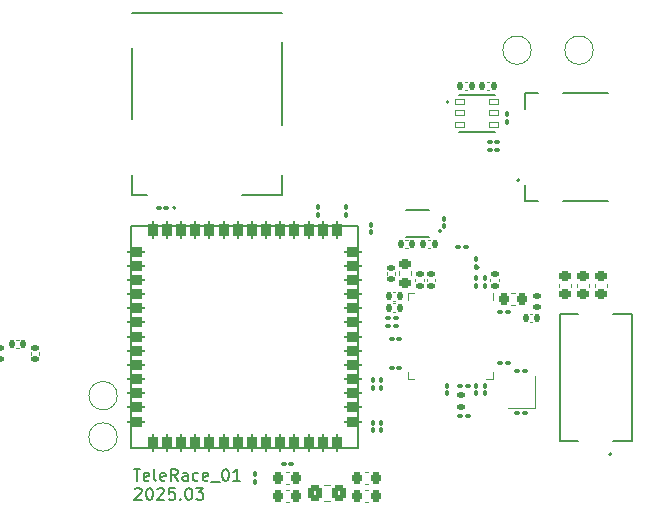
<source format=gbr>
G04 #@! TF.GenerationSoftware,KiCad,Pcbnew,7.0.7*
G04 #@! TF.CreationDate,2025-04-01T01:42:25+03:00*
G04 #@! TF.ProjectId,telemetry_box_01,74656c65-6d65-4747-9279-5f626f785f30,rev?*
G04 #@! TF.SameCoordinates,Original*
G04 #@! TF.FileFunction,Legend,Top*
G04 #@! TF.FilePolarity,Positive*
%FSLAX46Y46*%
G04 Gerber Fmt 4.6, Leading zero omitted, Abs format (unit mm)*
G04 Created by KiCad (PCBNEW 7.0.7) date 2025-04-01 01:42:25*
%MOMM*%
%LPD*%
G01*
G04 APERTURE LIST*
G04 Aperture macros list*
%AMRoundRect*
0 Rectangle with rounded corners*
0 $1 Rounding radius*
0 $2 $3 $4 $5 $6 $7 $8 $9 X,Y pos of 4 corners*
0 Add a 4 corners polygon primitive as box body*
4,1,4,$2,$3,$4,$5,$6,$7,$8,$9,$2,$3,0*
0 Add four circle primitives for the rounded corners*
1,1,$1+$1,$2,$3*
1,1,$1+$1,$4,$5*
1,1,$1+$1,$6,$7*
1,1,$1+$1,$8,$9*
0 Add four rect primitives between the rounded corners*
20,1,$1+$1,$2,$3,$4,$5,0*
20,1,$1+$1,$4,$5,$6,$7,0*
20,1,$1+$1,$6,$7,$8,$9,0*
20,1,$1+$1,$8,$9,$2,$3,0*%
G04 Aperture macros list end*
%ADD10C,0.150000*%
%ADD11C,0.127000*%
%ADD12C,0.200000*%
%ADD13C,0.120000*%
%ADD14C,0.280000*%
%ADD15C,0.990600*%
%ADD16C,0.787400*%
%ADD17R,1.308000X1.308000*%
%ADD18C,1.308000*%
%ADD19O,2.200000X1.100000*%
%ADD20R,3.000000X3.000000*%
%ADD21R,2.000000X2.000000*%
%ADD22RoundRect,0.100000X-0.100000X0.130000X-0.100000X-0.130000X0.100000X-0.130000X0.100000X0.130000X0*%
%ADD23RoundRect,0.100000X0.100000X-0.130000X0.100000X0.130000X-0.100000X0.130000X-0.100000X-0.130000X0*%
%ADD24RoundRect,0.225000X-0.225000X-0.250000X0.225000X-0.250000X0.225000X0.250000X-0.225000X0.250000X0*%
%ADD25RoundRect,0.147500X-0.172500X0.147500X-0.172500X-0.147500X0.172500X-0.147500X0.172500X0.147500X0*%
%ADD26RoundRect,0.100000X0.130000X0.100000X-0.130000X0.100000X-0.130000X-0.100000X0.130000X-0.100000X0*%
%ADD27RoundRect,0.140000X-0.140000X-0.170000X0.140000X-0.170000X0.140000X0.170000X-0.140000X0.170000X0*%
%ADD28R,0.800000X0.900000*%
%ADD29C,0.675000*%
%ADD30C,0.650000*%
%ADD31R,0.700000X0.300000*%
%ADD32O,1.600000X0.800000*%
%ADD33RoundRect,0.100000X-0.130000X-0.100000X0.130000X-0.100000X0.130000X0.100000X-0.130000X0.100000X0*%
%ADD34RoundRect,0.225000X0.225000X0.250000X-0.225000X0.250000X-0.225000X-0.250000X0.225000X-0.250000X0*%
%ADD35RoundRect,0.140000X0.140000X0.170000X-0.140000X0.170000X-0.140000X-0.170000X0.140000X-0.170000X0*%
%ADD36RoundRect,0.140000X0.170000X-0.140000X0.170000X0.140000X-0.170000X0.140000X-0.170000X-0.140000X0*%
%ADD37C,0.250000*%
%ADD38R,4.850000X4.850000*%
%ADD39C,2.000000*%
%ADD40RoundRect,0.225000X0.250000X-0.225000X0.250000X0.225000X-0.250000X0.225000X-0.250000X-0.225000X0*%
%ADD41R,0.650000X1.150000*%
%ADD42R,0.450000X1.300000*%
%ADD43R,1.400000X1.700000*%
%ADD44R,0.540000X0.800000*%
%ADD45R,0.470000X0.520000*%
%ADD46RoundRect,0.147500X0.172500X-0.147500X0.172500X0.147500X-0.172500X0.147500X-0.172500X-0.147500X0*%
%ADD47R,1.500000X1.500000*%
%ADD48RoundRect,0.320000X0.480000X-0.080000X0.480000X0.080000X-0.480000X0.080000X-0.480000X-0.080000X0*%
%ADD49RoundRect,0.320000X0.080000X0.480000X-0.080000X0.480000X-0.080000X-0.480000X0.080000X-0.480000X0*%
%ADD50RoundRect,0.320000X-0.080000X-0.480000X0.080000X-0.480000X0.080000X0.480000X-0.080000X0.480000X0*%
%ADD51R,1.000000X1.600000*%
%ADD52R,0.690000X0.320000*%
%ADD53RoundRect,0.250000X0.325000X0.450000X-0.325000X0.450000X-0.325000X-0.450000X0.325000X-0.450000X0*%
%ADD54RoundRect,0.218750X0.256250X-0.218750X0.256250X0.218750X-0.256250X0.218750X-0.256250X-0.218750X0*%
%ADD55RoundRect,0.140000X-0.170000X0.140000X-0.170000X-0.140000X0.170000X-0.140000X0.170000X0.140000X0*%
%ADD56RoundRect,0.157480X0.842520X-0.442520X0.842520X0.442520X-0.842520X0.442520X-0.842520X-0.442520X0*%
%ADD57RoundRect,0.380577X4.569423X-1.069423X4.569423X1.069423X-4.569423X1.069423X-4.569423X-1.069423X0*%
%ADD58RoundRect,0.218750X-0.218750X-0.256250X0.218750X-0.256250X0.218750X0.256250X-0.218750X0.256250X0*%
%ADD59RoundRect,0.020000X-0.410000X-0.180000X0.410000X-0.180000X0.410000X0.180000X-0.410000X0.180000X0*%
%ADD60R,1.625000X2.365000*%
G04 APERTURE END LIST*
D10*
X124293922Y-98659819D02*
X124865350Y-98659819D01*
X124579636Y-99659819D02*
X124579636Y-98659819D01*
X125579636Y-99612200D02*
X125484398Y-99659819D01*
X125484398Y-99659819D02*
X125293922Y-99659819D01*
X125293922Y-99659819D02*
X125198684Y-99612200D01*
X125198684Y-99612200D02*
X125151065Y-99516961D01*
X125151065Y-99516961D02*
X125151065Y-99136009D01*
X125151065Y-99136009D02*
X125198684Y-99040771D01*
X125198684Y-99040771D02*
X125293922Y-98993152D01*
X125293922Y-98993152D02*
X125484398Y-98993152D01*
X125484398Y-98993152D02*
X125579636Y-99040771D01*
X125579636Y-99040771D02*
X125627255Y-99136009D01*
X125627255Y-99136009D02*
X125627255Y-99231247D01*
X125627255Y-99231247D02*
X125151065Y-99326485D01*
X126198684Y-99659819D02*
X126103446Y-99612200D01*
X126103446Y-99612200D02*
X126055827Y-99516961D01*
X126055827Y-99516961D02*
X126055827Y-98659819D01*
X126960589Y-99612200D02*
X126865351Y-99659819D01*
X126865351Y-99659819D02*
X126674875Y-99659819D01*
X126674875Y-99659819D02*
X126579637Y-99612200D01*
X126579637Y-99612200D02*
X126532018Y-99516961D01*
X126532018Y-99516961D02*
X126532018Y-99136009D01*
X126532018Y-99136009D02*
X126579637Y-99040771D01*
X126579637Y-99040771D02*
X126674875Y-98993152D01*
X126674875Y-98993152D02*
X126865351Y-98993152D01*
X126865351Y-98993152D02*
X126960589Y-99040771D01*
X126960589Y-99040771D02*
X127008208Y-99136009D01*
X127008208Y-99136009D02*
X127008208Y-99231247D01*
X127008208Y-99231247D02*
X126532018Y-99326485D01*
X128008208Y-99659819D02*
X127674875Y-99183628D01*
X127436780Y-99659819D02*
X127436780Y-98659819D01*
X127436780Y-98659819D02*
X127817732Y-98659819D01*
X127817732Y-98659819D02*
X127912970Y-98707438D01*
X127912970Y-98707438D02*
X127960589Y-98755057D01*
X127960589Y-98755057D02*
X128008208Y-98850295D01*
X128008208Y-98850295D02*
X128008208Y-98993152D01*
X128008208Y-98993152D02*
X127960589Y-99088390D01*
X127960589Y-99088390D02*
X127912970Y-99136009D01*
X127912970Y-99136009D02*
X127817732Y-99183628D01*
X127817732Y-99183628D02*
X127436780Y-99183628D01*
X128865351Y-99659819D02*
X128865351Y-99136009D01*
X128865351Y-99136009D02*
X128817732Y-99040771D01*
X128817732Y-99040771D02*
X128722494Y-98993152D01*
X128722494Y-98993152D02*
X128532018Y-98993152D01*
X128532018Y-98993152D02*
X128436780Y-99040771D01*
X128865351Y-99612200D02*
X128770113Y-99659819D01*
X128770113Y-99659819D02*
X128532018Y-99659819D01*
X128532018Y-99659819D02*
X128436780Y-99612200D01*
X128436780Y-99612200D02*
X128389161Y-99516961D01*
X128389161Y-99516961D02*
X128389161Y-99421723D01*
X128389161Y-99421723D02*
X128436780Y-99326485D01*
X128436780Y-99326485D02*
X128532018Y-99278866D01*
X128532018Y-99278866D02*
X128770113Y-99278866D01*
X128770113Y-99278866D02*
X128865351Y-99231247D01*
X129770113Y-99612200D02*
X129674875Y-99659819D01*
X129674875Y-99659819D02*
X129484399Y-99659819D01*
X129484399Y-99659819D02*
X129389161Y-99612200D01*
X129389161Y-99612200D02*
X129341542Y-99564580D01*
X129341542Y-99564580D02*
X129293923Y-99469342D01*
X129293923Y-99469342D02*
X129293923Y-99183628D01*
X129293923Y-99183628D02*
X129341542Y-99088390D01*
X129341542Y-99088390D02*
X129389161Y-99040771D01*
X129389161Y-99040771D02*
X129484399Y-98993152D01*
X129484399Y-98993152D02*
X129674875Y-98993152D01*
X129674875Y-98993152D02*
X129770113Y-99040771D01*
X130579637Y-99612200D02*
X130484399Y-99659819D01*
X130484399Y-99659819D02*
X130293923Y-99659819D01*
X130293923Y-99659819D02*
X130198685Y-99612200D01*
X130198685Y-99612200D02*
X130151066Y-99516961D01*
X130151066Y-99516961D02*
X130151066Y-99136009D01*
X130151066Y-99136009D02*
X130198685Y-99040771D01*
X130198685Y-99040771D02*
X130293923Y-98993152D01*
X130293923Y-98993152D02*
X130484399Y-98993152D01*
X130484399Y-98993152D02*
X130579637Y-99040771D01*
X130579637Y-99040771D02*
X130627256Y-99136009D01*
X130627256Y-99136009D02*
X130627256Y-99231247D01*
X130627256Y-99231247D02*
X130151066Y-99326485D01*
X130817733Y-99755057D02*
X131579637Y-99755057D01*
X132008209Y-98659819D02*
X132103447Y-98659819D01*
X132103447Y-98659819D02*
X132198685Y-98707438D01*
X132198685Y-98707438D02*
X132246304Y-98755057D01*
X132246304Y-98755057D02*
X132293923Y-98850295D01*
X132293923Y-98850295D02*
X132341542Y-99040771D01*
X132341542Y-99040771D02*
X132341542Y-99278866D01*
X132341542Y-99278866D02*
X132293923Y-99469342D01*
X132293923Y-99469342D02*
X132246304Y-99564580D01*
X132246304Y-99564580D02*
X132198685Y-99612200D01*
X132198685Y-99612200D02*
X132103447Y-99659819D01*
X132103447Y-99659819D02*
X132008209Y-99659819D01*
X132008209Y-99659819D02*
X131912971Y-99612200D01*
X131912971Y-99612200D02*
X131865352Y-99564580D01*
X131865352Y-99564580D02*
X131817733Y-99469342D01*
X131817733Y-99469342D02*
X131770114Y-99278866D01*
X131770114Y-99278866D02*
X131770114Y-99040771D01*
X131770114Y-99040771D02*
X131817733Y-98850295D01*
X131817733Y-98850295D02*
X131865352Y-98755057D01*
X131865352Y-98755057D02*
X131912971Y-98707438D01*
X131912971Y-98707438D02*
X132008209Y-98659819D01*
X133293923Y-99659819D02*
X132722495Y-99659819D01*
X133008209Y-99659819D02*
X133008209Y-98659819D01*
X133008209Y-98659819D02*
X132912971Y-98802676D01*
X132912971Y-98802676D02*
X132817733Y-98897914D01*
X132817733Y-98897914D02*
X132722495Y-98945533D01*
X124389160Y-100365057D02*
X124436779Y-100317438D01*
X124436779Y-100317438D02*
X124532017Y-100269819D01*
X124532017Y-100269819D02*
X124770112Y-100269819D01*
X124770112Y-100269819D02*
X124865350Y-100317438D01*
X124865350Y-100317438D02*
X124912969Y-100365057D01*
X124912969Y-100365057D02*
X124960588Y-100460295D01*
X124960588Y-100460295D02*
X124960588Y-100555533D01*
X124960588Y-100555533D02*
X124912969Y-100698390D01*
X124912969Y-100698390D02*
X124341541Y-101269819D01*
X124341541Y-101269819D02*
X124960588Y-101269819D01*
X125579636Y-100269819D02*
X125674874Y-100269819D01*
X125674874Y-100269819D02*
X125770112Y-100317438D01*
X125770112Y-100317438D02*
X125817731Y-100365057D01*
X125817731Y-100365057D02*
X125865350Y-100460295D01*
X125865350Y-100460295D02*
X125912969Y-100650771D01*
X125912969Y-100650771D02*
X125912969Y-100888866D01*
X125912969Y-100888866D02*
X125865350Y-101079342D01*
X125865350Y-101079342D02*
X125817731Y-101174580D01*
X125817731Y-101174580D02*
X125770112Y-101222200D01*
X125770112Y-101222200D02*
X125674874Y-101269819D01*
X125674874Y-101269819D02*
X125579636Y-101269819D01*
X125579636Y-101269819D02*
X125484398Y-101222200D01*
X125484398Y-101222200D02*
X125436779Y-101174580D01*
X125436779Y-101174580D02*
X125389160Y-101079342D01*
X125389160Y-101079342D02*
X125341541Y-100888866D01*
X125341541Y-100888866D02*
X125341541Y-100650771D01*
X125341541Y-100650771D02*
X125389160Y-100460295D01*
X125389160Y-100460295D02*
X125436779Y-100365057D01*
X125436779Y-100365057D02*
X125484398Y-100317438D01*
X125484398Y-100317438D02*
X125579636Y-100269819D01*
X126293922Y-100365057D02*
X126341541Y-100317438D01*
X126341541Y-100317438D02*
X126436779Y-100269819D01*
X126436779Y-100269819D02*
X126674874Y-100269819D01*
X126674874Y-100269819D02*
X126770112Y-100317438D01*
X126770112Y-100317438D02*
X126817731Y-100365057D01*
X126817731Y-100365057D02*
X126865350Y-100460295D01*
X126865350Y-100460295D02*
X126865350Y-100555533D01*
X126865350Y-100555533D02*
X126817731Y-100698390D01*
X126817731Y-100698390D02*
X126246303Y-101269819D01*
X126246303Y-101269819D02*
X126865350Y-101269819D01*
X127770112Y-100269819D02*
X127293922Y-100269819D01*
X127293922Y-100269819D02*
X127246303Y-100746009D01*
X127246303Y-100746009D02*
X127293922Y-100698390D01*
X127293922Y-100698390D02*
X127389160Y-100650771D01*
X127389160Y-100650771D02*
X127627255Y-100650771D01*
X127627255Y-100650771D02*
X127722493Y-100698390D01*
X127722493Y-100698390D02*
X127770112Y-100746009D01*
X127770112Y-100746009D02*
X127817731Y-100841247D01*
X127817731Y-100841247D02*
X127817731Y-101079342D01*
X127817731Y-101079342D02*
X127770112Y-101174580D01*
X127770112Y-101174580D02*
X127722493Y-101222200D01*
X127722493Y-101222200D02*
X127627255Y-101269819D01*
X127627255Y-101269819D02*
X127389160Y-101269819D01*
X127389160Y-101269819D02*
X127293922Y-101222200D01*
X127293922Y-101222200D02*
X127246303Y-101174580D01*
X128246303Y-101174580D02*
X128293922Y-101222200D01*
X128293922Y-101222200D02*
X128246303Y-101269819D01*
X128246303Y-101269819D02*
X128198684Y-101222200D01*
X128198684Y-101222200D02*
X128246303Y-101174580D01*
X128246303Y-101174580D02*
X128246303Y-101269819D01*
X128912969Y-100269819D02*
X129008207Y-100269819D01*
X129008207Y-100269819D02*
X129103445Y-100317438D01*
X129103445Y-100317438D02*
X129151064Y-100365057D01*
X129151064Y-100365057D02*
X129198683Y-100460295D01*
X129198683Y-100460295D02*
X129246302Y-100650771D01*
X129246302Y-100650771D02*
X129246302Y-100888866D01*
X129246302Y-100888866D02*
X129198683Y-101079342D01*
X129198683Y-101079342D02*
X129151064Y-101174580D01*
X129151064Y-101174580D02*
X129103445Y-101222200D01*
X129103445Y-101222200D02*
X129008207Y-101269819D01*
X129008207Y-101269819D02*
X128912969Y-101269819D01*
X128912969Y-101269819D02*
X128817731Y-101222200D01*
X128817731Y-101222200D02*
X128770112Y-101174580D01*
X128770112Y-101174580D02*
X128722493Y-101079342D01*
X128722493Y-101079342D02*
X128674874Y-100888866D01*
X128674874Y-100888866D02*
X128674874Y-100650771D01*
X128674874Y-100650771D02*
X128722493Y-100460295D01*
X128722493Y-100460295D02*
X128770112Y-100365057D01*
X128770112Y-100365057D02*
X128817731Y-100317438D01*
X128817731Y-100317438D02*
X128912969Y-100269819D01*
X129579636Y-100269819D02*
X130198683Y-100269819D01*
X130198683Y-100269819D02*
X129865350Y-100650771D01*
X129865350Y-100650771D02*
X130008207Y-100650771D01*
X130008207Y-100650771D02*
X130103445Y-100698390D01*
X130103445Y-100698390D02*
X130151064Y-100746009D01*
X130151064Y-100746009D02*
X130198683Y-100841247D01*
X130198683Y-100841247D02*
X130198683Y-101079342D01*
X130198683Y-101079342D02*
X130151064Y-101174580D01*
X130151064Y-101174580D02*
X130103445Y-101222200D01*
X130103445Y-101222200D02*
X130008207Y-101269819D01*
X130008207Y-101269819D02*
X129722493Y-101269819D01*
X129722493Y-101269819D02*
X129627255Y-101222200D01*
X129627255Y-101222200D02*
X129579636Y-101174580D01*
D11*
X160350000Y-96315000D02*
X160350000Y-85515000D01*
X161900000Y-96315000D02*
X160350000Y-96315000D01*
X166450000Y-96315000D02*
X164900000Y-96315000D01*
X160350000Y-85515000D02*
X161900000Y-85515000D01*
X164900000Y-85515000D02*
X166450000Y-85515000D01*
X166450000Y-85515000D02*
X166450000Y-96315000D01*
D12*
X164750000Y-97415000D02*
G75*
G03*
X164750000Y-97415000I-100000J0D01*
G01*
D13*
X143859420Y-101460000D02*
X144140580Y-101460000D01*
X143859420Y-100440000D02*
X144140580Y-100440000D01*
X157842164Y-85540000D02*
X158057836Y-85540000D01*
X157842164Y-86260000D02*
X158057836Y-86260000D01*
X155950000Y-93500000D02*
X158250000Y-93500000D01*
X158250000Y-93500000D02*
X158250000Y-90800000D01*
D11*
X157440000Y-76015000D02*
X158550000Y-76015000D01*
X160670000Y-76015000D02*
X164420000Y-76015000D01*
X157440000Y-74645000D02*
X157440000Y-76015000D01*
X157440000Y-66815000D02*
X157440000Y-68185000D01*
X158550000Y-66815000D02*
X157440000Y-66815000D01*
X164420000Y-66815000D02*
X160670000Y-66815000D01*
D12*
X156950000Y-74215000D02*
G75*
G03*
X156950000Y-74215000I-100000J0D01*
G01*
D13*
X137440580Y-101460000D02*
X137159420Y-101460000D01*
X137440580Y-100440000D02*
X137159420Y-100440000D01*
X154407836Y-66610000D02*
X154192164Y-66610000D01*
X154407836Y-65890000D02*
X154192164Y-65890000D01*
X149090000Y-82757836D02*
X149090000Y-82542164D01*
X149810000Y-82757836D02*
X149810000Y-82542164D01*
X154710000Y-83790000D02*
X154710000Y-84350000D01*
X147490000Y-83790000D02*
X148050000Y-83790000D01*
X147490000Y-83790000D02*
X147490000Y-84350000D01*
X154710000Y-91010000D02*
X154710000Y-90450000D01*
X154710000Y-91010000D02*
X154150000Y-91010000D01*
X147490000Y-91010000D02*
X147490000Y-90450000D01*
X147490000Y-91010000D02*
X148050000Y-91010000D01*
X137440580Y-99960000D02*
X137159420Y-99960000D01*
X137440580Y-98940000D02*
X137159420Y-98940000D01*
X157950000Y-63200000D02*
G75*
G03*
X157950000Y-63200000I-1200000J0D01*
G01*
X164360000Y-83240580D02*
X164360000Y-82959420D01*
X163340000Y-83240580D02*
X163340000Y-82959420D01*
X163200000Y-63200000D02*
G75*
G03*
X163200000Y-63200000I-1200000J0D01*
G01*
X122900000Y-95950000D02*
G75*
G03*
X122900000Y-95950000I-1200000J0D01*
G01*
D11*
X124170000Y-75477500D02*
X125415000Y-75477500D01*
X124170000Y-75477500D02*
X124170000Y-73777500D01*
X133495000Y-75477500D02*
X136820000Y-75477500D01*
X136820000Y-75477500D02*
X136820000Y-73777500D01*
X136820000Y-69547500D02*
X136820000Y-62547500D01*
X124170000Y-69047500D02*
X124170000Y-63047500D01*
X124170000Y-60027500D02*
X136820000Y-60027500D01*
D12*
X127840000Y-76547500D02*
G75*
G03*
X127840000Y-76547500I-100000J0D01*
G01*
D13*
X149407836Y-79240000D02*
X149192164Y-79240000D01*
X149407836Y-79960000D02*
X149192164Y-79960000D01*
X161360000Y-83240580D02*
X161360000Y-82959420D01*
X160340000Y-83240580D02*
X160340000Y-82959420D01*
X122900000Y-92450000D02*
G75*
G03*
X122900000Y-92450000I-1200000J0D01*
G01*
D12*
X153520000Y-81610000D02*
G75*
G03*
X153520000Y-81610000I-100000J0D01*
G01*
D13*
X114557836Y-88460000D02*
X114342164Y-88460000D01*
X114557836Y-87740000D02*
X114342164Y-87740000D01*
X146457836Y-85360000D02*
X146242164Y-85360000D01*
X146457836Y-84640000D02*
X146242164Y-84640000D01*
X152312164Y-65890000D02*
X152527836Y-65890000D01*
X152312164Y-66610000D02*
X152527836Y-66610000D01*
X162860000Y-83240580D02*
X162860000Y-82959420D01*
X161840000Y-83240580D02*
X161840000Y-82959420D01*
D11*
X124100000Y-78050000D02*
X143300000Y-78050000D01*
X143300000Y-96850000D02*
X143300000Y-78050000D01*
X143300000Y-96850000D02*
X124100000Y-96850000D01*
X124100000Y-96850000D02*
X124100000Y-78050000D01*
D12*
X150330000Y-78500000D02*
G75*
G03*
X150330000Y-78500000I-100000J0D01*
G01*
D11*
X149320000Y-76720000D02*
X147320000Y-76720000D01*
X149320000Y-78980000D02*
X147320000Y-78980000D01*
D13*
X140911252Y-99990000D02*
X140388748Y-99990000D01*
X140911252Y-101410000D02*
X140388748Y-101410000D01*
X146790000Y-82262779D02*
X146790000Y-81937221D01*
X147810000Y-82262779D02*
X147810000Y-81937221D01*
X143859420Y-99960000D02*
X144140580Y-99960000D01*
X143859420Y-98940000D02*
X144140580Y-98940000D01*
X146457836Y-84410000D02*
X146242164Y-84410000D01*
X146457836Y-83690000D02*
X146242164Y-83690000D01*
X116310000Y-88792164D02*
X116310000Y-89007836D01*
X115590000Y-88792164D02*
X115590000Y-89007836D01*
X156237221Y-83790000D02*
X156562779Y-83790000D01*
X156237221Y-84810000D02*
X156562779Y-84810000D01*
X148140000Y-82757836D02*
X148140000Y-82542164D01*
X148860000Y-82757836D02*
X148860000Y-82542164D01*
X154490000Y-82757836D02*
X154490000Y-82542164D01*
X155210000Y-82757836D02*
X155210000Y-82542164D01*
X146460000Y-81992164D02*
X146460000Y-82207836D01*
X145740000Y-81992164D02*
X145740000Y-82207836D01*
X147282164Y-79240000D02*
X147497836Y-79240000D01*
X147282164Y-79960000D02*
X147497836Y-79960000D01*
D11*
X151800000Y-67000000D02*
X154900000Y-67000000D01*
X151800000Y-70100000D02*
X154900000Y-70100000D01*
D12*
X150955000Y-67600000D02*
G75*
G03*
X150955000Y-67600000I-100000J0D01*
G01*
%LPC*%
D14*
X140870000Y-76600000D03*
X141270000Y-76600000D03*
X140870000Y-77000000D03*
X141270000Y-77000000D03*
D15*
X121115000Y-75810000D03*
X120099000Y-68190000D03*
X122131000Y-68190000D03*
D16*
X121750000Y-74540000D03*
X121750000Y-73270000D03*
X121750000Y-72000000D03*
X121750000Y-70730000D03*
X121750000Y-69460000D03*
X120480000Y-69460000D03*
X120480000Y-70730000D03*
X120480000Y-72000000D03*
X120480000Y-73270000D03*
X120480000Y-74540000D03*
D15*
X157190000Y-79600000D03*
X164810000Y-78584000D03*
X164810000Y-80616000D03*
D16*
X158460000Y-80235000D03*
X159730000Y-80235000D03*
X161000000Y-80235000D03*
X162270000Y-80235000D03*
X163540000Y-80235000D03*
X163540000Y-78965000D03*
X162270000Y-78965000D03*
X161000000Y-78965000D03*
X159730000Y-78965000D03*
X158460000Y-78965000D03*
D17*
X164650000Y-92915000D03*
D18*
X164650000Y-90915000D03*
X164650000Y-88915000D03*
X162150000Y-92915000D03*
X162150000Y-90915000D03*
X162150000Y-88915000D03*
D19*
X163400000Y-96115000D03*
X163400000Y-85715000D03*
D20*
X139500000Y-64200000D03*
X144000000Y-64200000D03*
X148500000Y-64200000D03*
X139500000Y-68700000D03*
X144000000Y-68700000D03*
X148500000Y-68650000D03*
X139500000Y-73200000D03*
X148500000Y-73200000D03*
D21*
X144000000Y-74700000D03*
D22*
X144400000Y-78620000D03*
X144400000Y-77980000D03*
D23*
X142270000Y-76480000D03*
X142270000Y-77120000D03*
D24*
X144775000Y-100950000D03*
X143225000Y-100950000D03*
D25*
X152000000Y-92415000D03*
X152000000Y-93385000D03*
D26*
X155075000Y-71695000D03*
X154435000Y-71695000D03*
D27*
X157470000Y-85900000D03*
X158430000Y-85900000D03*
D28*
X157650000Y-92850000D03*
X157650000Y-91450000D03*
X156550000Y-91450000D03*
X156550000Y-92850000D03*
D29*
X158350000Y-75015000D03*
D30*
X158350000Y-67815000D03*
D31*
X157690000Y-74165000D03*
X157690000Y-73665000D03*
X157690000Y-73165000D03*
X157690000Y-72665000D03*
X157690000Y-72165000D03*
X157690000Y-71665000D03*
X157690000Y-71165000D03*
X157690000Y-70665000D03*
X157690000Y-70165000D03*
X157690000Y-69665000D03*
X157690000Y-69165000D03*
X157690000Y-68665000D03*
X159390000Y-68915000D03*
X159390000Y-69415000D03*
X159390000Y-69915000D03*
X159390000Y-70415000D03*
X159390000Y-70915000D03*
X159390000Y-71415000D03*
X159390000Y-71915000D03*
X159390000Y-72415000D03*
X159390000Y-72915000D03*
X159390000Y-73415000D03*
X159390000Y-73915000D03*
X159390000Y-74415000D03*
D32*
X159600000Y-75545000D03*
X159600000Y-67285000D03*
X165550000Y-66925000D03*
X165550000Y-75905000D03*
D26*
X127070000Y-76600000D03*
X126430000Y-76600000D03*
D22*
X144550000Y-94735000D03*
X144550000Y-95375000D03*
X150850000Y-91630000D03*
X150850000Y-92270000D03*
D23*
X145250000Y-95375000D03*
X145250000Y-94735000D03*
D33*
X145830000Y-85850000D03*
X146470000Y-85850000D03*
D22*
X150570000Y-78125000D03*
X150570000Y-77485000D03*
D34*
X138075000Y-100950000D03*
X136525000Y-100950000D03*
D35*
X154780000Y-66250000D03*
X153820000Y-66250000D03*
D36*
X149450000Y-83130000D03*
X149450000Y-82170000D03*
D37*
X154350000Y-86150000D03*
X154350000Y-86650000D03*
X154350000Y-87150000D03*
X154350000Y-87650000D03*
X154350000Y-88150000D03*
X154350000Y-88650000D03*
X154350000Y-89150000D03*
X154350000Y-89650000D03*
X154350000Y-90150000D03*
X148850000Y-90650000D03*
X148600000Y-84650000D03*
X148350000Y-85400000D03*
X148350000Y-86400000D03*
X148350000Y-86900000D03*
X148350000Y-87400000D03*
X148350000Y-87900000D03*
X148350000Y-88400000D03*
X148350000Y-88900000D03*
X148350000Y-89400000D03*
X148350000Y-90650000D03*
X147850000Y-84650000D03*
X147850000Y-85150000D03*
X147850000Y-85650000D03*
X147850000Y-86150000D03*
X147850000Y-86650000D03*
X147850000Y-87150000D03*
X147850000Y-87650000D03*
X147850000Y-88150000D03*
X147850000Y-88650000D03*
X147850000Y-89150000D03*
X147850000Y-89650000D03*
X147850000Y-90150000D03*
X153850000Y-84150000D03*
X153850000Y-84900000D03*
X153850000Y-85400000D03*
X153850000Y-85900000D03*
X153850000Y-86400000D03*
X153850000Y-86900000D03*
X153850000Y-87400000D03*
X153850000Y-87900000D03*
X153850000Y-88400000D03*
X153850000Y-88900000D03*
X153850000Y-90650000D03*
X153350000Y-84150000D03*
X153100000Y-84650000D03*
X153100000Y-90150000D03*
X152850000Y-90650000D03*
D38*
X151100000Y-87400000D03*
D37*
X152600000Y-84650000D03*
X152600000Y-90150000D03*
X152350000Y-84150000D03*
X152100000Y-84650000D03*
X152100000Y-90150000D03*
X151850000Y-84150000D03*
X151850000Y-90650000D03*
X151600000Y-84650000D03*
X151350000Y-84150000D03*
X151350000Y-90650000D03*
X151100000Y-84650000D03*
X150850000Y-84150000D03*
X150850000Y-90650000D03*
X150600000Y-84650000D03*
X150600000Y-90150000D03*
X150350000Y-84150000D03*
X150350000Y-90650000D03*
X150100000Y-84650000D03*
X150100000Y-90150000D03*
X149850000Y-84150000D03*
X149850000Y-90650000D03*
X149600000Y-90150000D03*
X149350000Y-84150000D03*
X149350000Y-90650000D03*
X149100000Y-84650000D03*
X149100000Y-90150000D03*
D34*
X138075000Y-99450000D03*
X136525000Y-99450000D03*
D39*
X156750000Y-63200000D03*
D33*
X156780000Y-90400000D03*
X157420000Y-90400000D03*
D40*
X163850000Y-82325000D03*
X163850000Y-83875000D03*
D39*
X162000000Y-63200000D03*
X121700000Y-95950000D03*
D41*
X127740000Y-75047500D03*
X130280000Y-75047500D03*
X132820000Y-75047500D03*
X126470000Y-75047500D03*
X129010000Y-75047500D03*
X131550000Y-75047500D03*
D42*
X124225000Y-72877500D03*
X124225000Y-70877500D03*
X136765000Y-72877500D03*
X136765000Y-70877500D03*
D43*
X136600000Y-61317500D03*
X124390000Y-61317500D03*
D44*
X127955000Y-61897500D03*
X133035000Y-61897500D03*
D22*
X144550000Y-91135000D03*
X144550000Y-91775000D03*
D35*
X148820000Y-79600000D03*
X149780000Y-79600000D03*
D40*
X160850000Y-82325000D03*
X160850000Y-83875000D03*
D39*
X121700000Y-92450000D03*
D26*
X137620000Y-98250000D03*
X136980000Y-98250000D03*
D45*
X152435000Y-81610000D03*
X152435000Y-80790000D03*
X151765000Y-80790000D03*
X151765000Y-81610000D03*
D46*
X112950000Y-89385000D03*
X112950000Y-88415000D03*
D35*
X114930000Y-88100000D03*
X113970000Y-88100000D03*
X146830000Y-85000000D03*
X145870000Y-85000000D03*
D27*
X151940000Y-66250000D03*
X152900000Y-66250000D03*
D40*
X162350000Y-82325000D03*
X162350000Y-83875000D03*
D47*
X135600000Y-89350000D03*
D20*
X129000000Y-91650000D03*
D48*
X124500000Y-94650000D03*
X124500000Y-93450000D03*
X124500000Y-92250000D03*
X124500000Y-91050000D03*
X124500000Y-89850000D03*
X124500000Y-88650000D03*
X124500000Y-87450000D03*
X124500000Y-86250000D03*
X124500000Y-85050000D03*
X124500000Y-83850000D03*
X124500000Y-82650000D03*
X124500000Y-81450000D03*
X124500000Y-80250000D03*
D49*
X125900000Y-78450000D03*
X127100000Y-78450000D03*
X128300000Y-78450000D03*
X129500000Y-78450000D03*
X130700000Y-78450000D03*
X131900000Y-78450000D03*
X133100000Y-78450000D03*
X134300000Y-78450000D03*
X135500000Y-78450000D03*
X136700000Y-78450000D03*
X137900000Y-78450000D03*
X139100000Y-78450000D03*
X140300000Y-78450000D03*
X141500000Y-78450000D03*
D48*
X142900000Y-80250000D03*
X142900000Y-81450000D03*
X142900000Y-82650000D03*
X142900000Y-83850000D03*
X142900000Y-85050000D03*
X142900000Y-86250000D03*
X142900000Y-87450000D03*
X142900000Y-88650000D03*
X142900000Y-89850000D03*
X142900000Y-91050000D03*
X142900000Y-92250000D03*
X142900000Y-93450000D03*
X142900000Y-94650000D03*
D50*
X141500000Y-96450000D03*
X140300000Y-96450000D03*
X139100000Y-96450000D03*
X137900000Y-96450000D03*
X136700000Y-96450000D03*
X135500000Y-96450000D03*
X134300000Y-96450000D03*
X133100000Y-96450000D03*
X131900000Y-96450000D03*
X130700000Y-96450000D03*
X129500000Y-96450000D03*
X128300000Y-96450000D03*
X127100000Y-96450000D03*
X125900000Y-96450000D03*
D51*
X148320000Y-77850000D03*
D52*
X147300000Y-78500000D03*
X147300000Y-77850000D03*
X147300000Y-77200000D03*
X149340000Y-77200000D03*
X149340000Y-77850000D03*
X149340000Y-78500000D03*
D23*
X139870000Y-76480000D03*
X139870000Y-77120000D03*
D26*
X157420000Y-93900000D03*
X156780000Y-93900000D03*
D33*
X151930000Y-91600000D03*
X152570000Y-91600000D03*
D53*
X139625000Y-100700000D03*
X141675000Y-100700000D03*
D23*
X153300000Y-81520000D03*
X153300000Y-80880000D03*
D33*
X155330000Y-89650000D03*
X155970000Y-89650000D03*
D54*
X147300000Y-82887500D03*
X147300000Y-81312500D03*
D25*
X158400000Y-84015000D03*
X158400000Y-84985000D03*
D33*
X155330000Y-85400000D03*
X155970000Y-85400000D03*
D22*
X153300000Y-91630000D03*
X153300000Y-92270000D03*
D26*
X146770000Y-90150000D03*
X146130000Y-90150000D03*
D24*
X144775000Y-99450000D03*
X143225000Y-99450000D03*
D35*
X146830000Y-84050000D03*
X145870000Y-84050000D03*
D26*
X155075000Y-70950000D03*
X154435000Y-70950000D03*
D55*
X115950000Y-88420000D03*
X115950000Y-89380000D03*
D33*
X151780000Y-79900000D03*
X152420000Y-79900000D03*
D56*
X110000000Y-88100000D03*
D57*
X106000000Y-101500000D03*
X106000000Y-62500000D03*
D23*
X145250000Y-91775000D03*
X145250000Y-91135000D03*
D22*
X155900000Y-68630000D03*
X155900000Y-69270000D03*
D23*
X153300000Y-83170000D03*
X153300000Y-82530000D03*
X154000000Y-83170000D03*
X154000000Y-82530000D03*
D33*
X151930000Y-94200000D03*
X152570000Y-94200000D03*
D58*
X155612500Y-84300000D03*
X157187500Y-84300000D03*
D22*
X154000000Y-91630000D03*
X154000000Y-92270000D03*
D26*
X146470000Y-86550000D03*
X145830000Y-86550000D03*
D36*
X148500000Y-83130000D03*
X148500000Y-82170000D03*
D23*
X134550000Y-99770000D03*
X134550000Y-99130000D03*
D36*
X154850000Y-83130000D03*
X154850000Y-82170000D03*
D55*
X146100000Y-81620000D03*
X146100000Y-82580000D03*
D26*
X146770000Y-87650000D03*
X146130000Y-87650000D03*
D27*
X146910000Y-79600000D03*
X147870000Y-79600000D03*
D59*
X151915000Y-67600000D03*
X151915000Y-68550000D03*
X151915000Y-69500000D03*
X154785000Y-69500000D03*
X154785000Y-68550000D03*
X154785000Y-67600000D03*
D60*
X153350000Y-68550000D03*
%LPD*%
M02*

</source>
